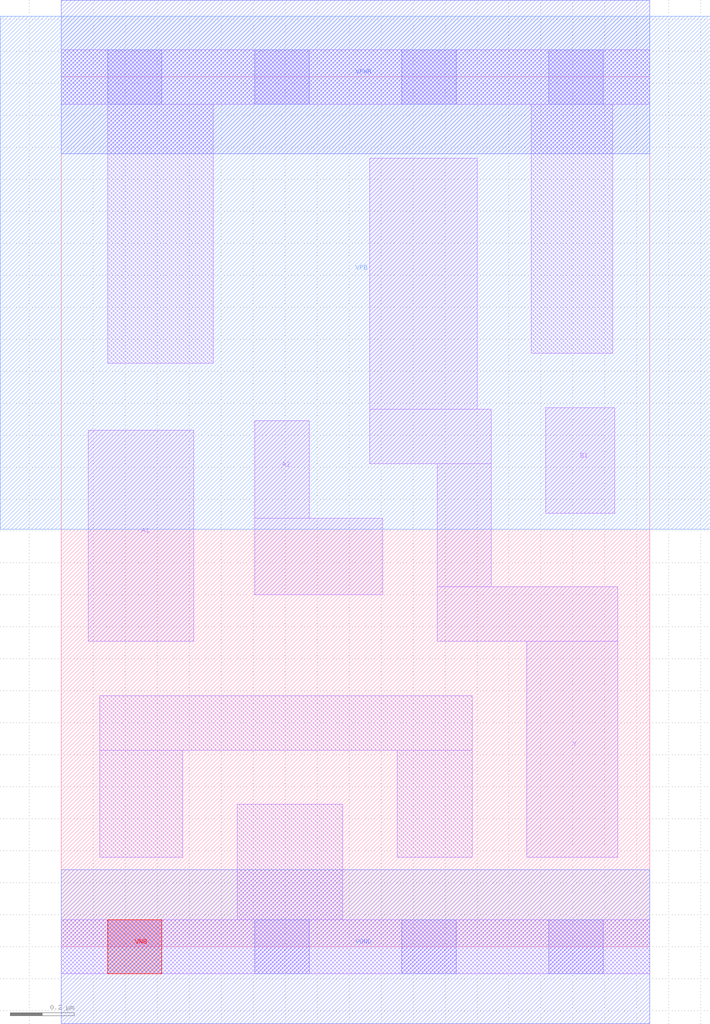
<source format=lef>
# Copyright 2020 The SkyWater PDK Authors
#
# Licensed under the Apache License, Version 2.0 (the "License");
# you may not use this file except in compliance with the License.
# You may obtain a copy of the License at
#
#     https://www.apache.org/licenses/LICENSE-2.0
#
# Unless required by applicable law or agreed to in writing, software
# distributed under the License is distributed on an "AS IS" BASIS,
# WITHOUT WARRANTIES OR CONDITIONS OF ANY KIND, either express or implied.
# See the License for the specific language governing permissions and
# limitations under the License.
#
# SPDX-License-Identifier: Apache-2.0

VERSION 5.7 ;
  NOWIREEXTENSIONATPIN ON ;
  DIVIDERCHAR "/" ;
  BUSBITCHARS "[]" ;
MACRO sky130_fd_sc_hd__o21ai_0
  CLASS CORE ;
  FOREIGN sky130_fd_sc_hd__o21ai_0 ;
  ORIGIN  0.000000  0.000000 ;
  SIZE  1.840000 BY  2.720000 ;
  SYMMETRY X Y R90 ;
  SITE unithd ;
  PIN A1
    ANTENNAGATEAREA  0.159000 ;
    DIRECTION INPUT ;
    USE SIGNAL ;
    PORT
      LAYER li1 ;
        RECT 0.085000 0.955000 0.415000 1.615000 ;
    END
  END A1
  PIN A2
    ANTENNAGATEAREA  0.159000 ;
    DIRECTION INPUT ;
    USE SIGNAL ;
    PORT
      LAYER li1 ;
        RECT 0.605000 1.100000 1.005000 1.340000 ;
        RECT 0.605000 1.340000 0.775000 1.645000 ;
    END
  END A2
  PIN B1
    ANTENNAGATEAREA  0.159000 ;
    DIRECTION INPUT ;
    USE SIGNAL ;
    PORT
      LAYER li1 ;
        RECT 1.515000 1.355000 1.730000 1.685000 ;
    END
  END B1
  PIN VNB
    PORT
      LAYER pwell ;
        RECT 0.145000 -0.085000 0.315000 0.085000 ;
    END
  END VNB
  PIN VPB
    PORT
      LAYER nwell ;
        RECT -0.190000 1.305000 2.030000 2.910000 ;
    END
  END VPB
  PIN Y
    ANTENNADIFFAREA  0.290500 ;
    DIRECTION OUTPUT ;
    USE SIGNAL ;
    PORT
      LAYER li1 ;
        RECT 0.965000 1.510000 1.345000 1.680000 ;
        RECT 0.965000 1.680000 1.300000 2.465000 ;
        RECT 1.175000 0.955000 1.740000 1.125000 ;
        RECT 1.175000 1.125000 1.345000 1.510000 ;
        RECT 1.455000 0.280000 1.740000 0.955000 ;
    END
  END Y
  PIN VGND
    DIRECTION INOUT ;
    SHAPE ABUTMENT ;
    USE GROUND ;
    PORT
      LAYER met1 ;
        RECT 0.000000 -0.240000 1.840000 0.240000 ;
    END
  END VGND
  PIN VPWR
    DIRECTION INOUT ;
    SHAPE ABUTMENT ;
    USE POWER ;
    PORT
      LAYER met1 ;
        RECT 0.000000 2.480000 1.840000 2.960000 ;
    END
  END VPWR
  OBS
    LAYER li1 ;
      RECT 0.000000 -0.085000 1.840000 0.085000 ;
      RECT 0.000000  2.635000 1.840000 2.805000 ;
      RECT 0.120000  0.280000 0.380000 0.615000 ;
      RECT 0.120000  0.615000 1.285000 0.785000 ;
      RECT 0.145000  1.825000 0.475000 2.635000 ;
      RECT 0.550000  0.085000 0.880000 0.445000 ;
      RECT 1.050000  0.280000 1.285000 0.615000 ;
      RECT 1.470000  1.855000 1.725000 2.635000 ;
    LAYER mcon ;
      RECT 0.145000 -0.085000 0.315000 0.085000 ;
      RECT 0.145000  2.635000 0.315000 2.805000 ;
      RECT 0.605000 -0.085000 0.775000 0.085000 ;
      RECT 0.605000  2.635000 0.775000 2.805000 ;
      RECT 1.065000 -0.085000 1.235000 0.085000 ;
      RECT 1.065000  2.635000 1.235000 2.805000 ;
      RECT 1.525000 -0.085000 1.695000 0.085000 ;
      RECT 1.525000  2.635000 1.695000 2.805000 ;
  END
END sky130_fd_sc_hd__o21ai_0
END LIBRARY

</source>
